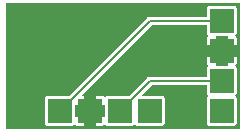
<source format=gbl>
G04 ---------------------------- Layer name :BOTTOM LAYER*
G04 EasyEDA v5.6.15, Sun, 02 Sep 2018 03:47:19 GMT*
G04 622b18d158854e88a3f96799d3f2dec2*
G04 Gerber Generator version 0.2*
G04 Scale: 100 percent, Rotated: No, Reflected: No *
G04 Dimensions in inches *
G04 leading zeros omitted , absolute positions ,2 integer and 4 decimal *
%FSLAX24Y24*%
%MOIN*%
G90*
G70D02*

%ADD11C,0.008000*%
%ADD13R,0.080000X0.080000*%

%LPD*%
G36*
G01X0Y0D02*
G01X0Y4200D01*
G01X7800Y4200D01*
G01X7800Y0D01*
G01X0Y0D01*
G37*

%LPC*%
G36*
G01X6800Y100D02*
G01X7600Y100D01*
G01X7604Y100D01*
G01X7608Y100D01*
G01X7612Y100D01*
G01X7616Y101D01*
G01X7620Y102D01*
G01X7624Y103D01*
G01X7628Y104D01*
G01X7632Y105D01*
G01X7636Y106D01*
G01X7640Y108D01*
G01X7643Y110D01*
G01X7647Y112D01*
G01X7651Y114D01*
G01X7654Y116D01*
G01X7658Y118D01*
G01X7661Y121D01*
G01X7664Y123D01*
G01X7667Y126D01*
G01X7670Y129D01*
G01X7673Y132D01*
G01X7676Y135D01*
G01X7678Y138D01*
G01X7681Y141D01*
G01X7683Y145D01*
G01X7685Y148D01*
G01X7687Y152D01*
G01X7689Y156D01*
G01X7691Y159D01*
G01X7693Y163D01*
G01X7694Y167D01*
G01X7695Y171D01*
G01X7696Y175D01*
G01X7697Y179D01*
G01X7698Y183D01*
G01X7699Y187D01*
G01X7699Y191D01*
G01X7699Y195D01*
G01X7700Y200D01*
G01X7700Y1000D01*
G01X7699Y1004D01*
G01X7699Y1008D01*
G01X7699Y1012D01*
G01X7698Y1016D01*
G01X7697Y1020D01*
G01X7696Y1024D01*
G01X7695Y1028D01*
G01X7694Y1032D01*
G01X7693Y1036D01*
G01X7691Y1040D01*
G01X7689Y1043D01*
G01X7687Y1047D01*
G01X7685Y1051D01*
G01X7683Y1054D01*
G01X7681Y1058D01*
G01X7678Y1061D01*
G01X7676Y1064D01*
G01X7673Y1067D01*
G01X7670Y1070D01*
G01X7667Y1073D01*
G01X7664Y1076D01*
G01X7661Y1078D01*
G01X7658Y1081D01*
G01X7654Y1083D01*
G01X7651Y1085D01*
G01X7647Y1087D01*
G01X7643Y1089D01*
G01X7640Y1091D01*
G01X7636Y1093D01*
G01X7632Y1094D01*
G01X7628Y1095D01*
G01X7624Y1096D01*
G01X7620Y1097D01*
G01X7616Y1098D01*
G01X7612Y1099D01*
G01X7608Y1099D01*
G01X7604Y1099D01*
G01X7600Y1100D01*
G01X7604Y1100D01*
G01X7608Y1100D01*
G01X7612Y1100D01*
G01X7616Y1101D01*
G01X7620Y1102D01*
G01X7624Y1103D01*
G01X7628Y1104D01*
G01X7632Y1105D01*
G01X7636Y1106D01*
G01X7640Y1108D01*
G01X7643Y1110D01*
G01X7647Y1112D01*
G01X7651Y1114D01*
G01X7654Y1116D01*
G01X7658Y1118D01*
G01X7661Y1121D01*
G01X7664Y1123D01*
G01X7667Y1126D01*
G01X7670Y1129D01*
G01X7673Y1132D01*
G01X7676Y1135D01*
G01X7678Y1138D01*
G01X7681Y1141D01*
G01X7683Y1145D01*
G01X7685Y1148D01*
G01X7687Y1152D01*
G01X7689Y1156D01*
G01X7691Y1159D01*
G01X7693Y1163D01*
G01X7694Y1167D01*
G01X7695Y1171D01*
G01X7696Y1175D01*
G01X7697Y1179D01*
G01X7698Y1183D01*
G01X7699Y1187D01*
G01X7699Y1191D01*
G01X7699Y1195D01*
G01X7700Y1200D01*
G01X7700Y2000D01*
G01X7699Y2004D01*
G01X7699Y2008D01*
G01X7699Y2012D01*
G01X7698Y2016D01*
G01X7697Y2020D01*
G01X7696Y2024D01*
G01X7695Y2028D01*
G01X7694Y2032D01*
G01X7693Y2036D01*
G01X7691Y2040D01*
G01X7689Y2043D01*
G01X7687Y2047D01*
G01X7685Y2051D01*
G01X7683Y2054D01*
G01X7681Y2058D01*
G01X7678Y2061D01*
G01X7676Y2064D01*
G01X7673Y2067D01*
G01X7670Y2070D01*
G01X7667Y2073D01*
G01X7664Y2076D01*
G01X7661Y2078D01*
G01X7658Y2081D01*
G01X7654Y2083D01*
G01X7651Y2085D01*
G01X7647Y2087D01*
G01X7643Y2089D01*
G01X7640Y2091D01*
G01X7636Y2093D01*
G01X7632Y2094D01*
G01X7628Y2095D01*
G01X7624Y2096D01*
G01X7620Y2097D01*
G01X7616Y2098D01*
G01X7612Y2099D01*
G01X7608Y2099D01*
G01X7604Y2099D01*
G01X7600Y2100D01*
G01X7604Y2100D01*
G01X7608Y2100D01*
G01X7612Y2100D01*
G01X7616Y2101D01*
G01X7620Y2102D01*
G01X7624Y2103D01*
G01X7628Y2104D01*
G01X7632Y2105D01*
G01X7636Y2106D01*
G01X7640Y2108D01*
G01X7643Y2110D01*
G01X7647Y2112D01*
G01X7651Y2114D01*
G01X7654Y2116D01*
G01X7658Y2118D01*
G01X7661Y2121D01*
G01X7664Y2123D01*
G01X7667Y2126D01*
G01X7670Y2129D01*
G01X7673Y2132D01*
G01X7676Y2135D01*
G01X7678Y2138D01*
G01X7681Y2141D01*
G01X7683Y2145D01*
G01X7685Y2148D01*
G01X7687Y2152D01*
G01X7689Y2156D01*
G01X7691Y2159D01*
G01X7693Y2163D01*
G01X7694Y2167D01*
G01X7695Y2171D01*
G01X7696Y2175D01*
G01X7697Y2179D01*
G01X7698Y2183D01*
G01X7699Y2187D01*
G01X7699Y2191D01*
G01X7699Y2195D01*
G01X7700Y2200D01*
G01X7700Y2400D01*
G01X7400Y2400D01*
G01X7400Y2100D01*
G01X7000Y2100D01*
G01X7000Y2400D01*
G01X6700Y2400D01*
G01X6700Y2200D01*
G01X6700Y2195D01*
G01X6700Y2191D01*
G01X6700Y2187D01*
G01X6701Y2183D01*
G01X6702Y2179D01*
G01X6703Y2175D01*
G01X6704Y2171D01*
G01X6705Y2167D01*
G01X6706Y2163D01*
G01X6708Y2159D01*
G01X6710Y2156D01*
G01X6712Y2152D01*
G01X6714Y2148D01*
G01X6716Y2145D01*
G01X6718Y2141D01*
G01X6721Y2138D01*
G01X6723Y2135D01*
G01X6726Y2132D01*
G01X6729Y2129D01*
G01X6732Y2126D01*
G01X6735Y2123D01*
G01X6738Y2121D01*
G01X6741Y2118D01*
G01X6745Y2116D01*
G01X6748Y2114D01*
G01X6752Y2112D01*
G01X6756Y2110D01*
G01X6759Y2108D01*
G01X6763Y2106D01*
G01X6767Y2105D01*
G01X6771Y2104D01*
G01X6775Y2103D01*
G01X6779Y2102D01*
G01X6783Y2101D01*
G01X6787Y2100D01*
G01X6791Y2100D01*
G01X6795Y2100D01*
G01X6800Y2100D01*
G01X6795Y2099D01*
G01X6791Y2099D01*
G01X6787Y2099D01*
G01X6783Y2098D01*
G01X6779Y2097D01*
G01X6775Y2096D01*
G01X6771Y2095D01*
G01X6767Y2094D01*
G01X6763Y2093D01*
G01X6759Y2091D01*
G01X6756Y2089D01*
G01X6752Y2087D01*
G01X6748Y2085D01*
G01X6745Y2083D01*
G01X6741Y2081D01*
G01X6738Y2078D01*
G01X6735Y2076D01*
G01X6732Y2073D01*
G01X6729Y2070D01*
G01X6726Y2067D01*
G01X6723Y2064D01*
G01X6721Y2061D01*
G01X6718Y2058D01*
G01X6716Y2054D01*
G01X6714Y2051D01*
G01X6712Y2047D01*
G01X6710Y2043D01*
G01X6708Y2040D01*
G01X6706Y2036D01*
G01X6705Y2032D01*
G01X6704Y2028D01*
G01X6703Y2024D01*
G01X6702Y2020D01*
G01X6701Y2016D01*
G01X6700Y2012D01*
G01X6700Y2008D01*
G01X6700Y2004D01*
G01X6700Y2000D01*
G01X6700Y1740D01*
G01X4800Y1740D01*
G01X4794Y1739D01*
G01X4790Y1739D01*
G01X4785Y1739D01*
G01X4780Y1738D01*
G01X4775Y1737D01*
G01X4770Y1736D01*
G01X4765Y1735D01*
G01X4760Y1734D01*
G01X4755Y1732D01*
G01X4751Y1731D01*
G01X4746Y1729D01*
G01X4741Y1727D01*
G01X4737Y1725D01*
G01X4732Y1722D01*
G01X4728Y1720D01*
G01X4724Y1717D01*
G01X4720Y1715D01*
G01X4716Y1712D01*
G01X4712Y1709D01*
G01X4708Y1705D01*
G01X4704Y1702D01*
G01X4701Y1698D01*
G01X4102Y1100D01*
G01X3400Y1100D01*
G01X3395Y1099D01*
G01X3391Y1099D01*
G01X3387Y1099D01*
G01X3383Y1098D01*
G01X3379Y1097D01*
G01X3375Y1096D01*
G01X3371Y1095D01*
G01X3367Y1094D01*
G01X3363Y1093D01*
G01X3359Y1091D01*
G01X3356Y1089D01*
G01X3352Y1087D01*
G01X3348Y1085D01*
G01X3345Y1083D01*
G01X3341Y1081D01*
G01X3338Y1078D01*
G01X3335Y1076D01*
G01X3332Y1073D01*
G01X3329Y1070D01*
G01X3326Y1067D01*
G01X3323Y1064D01*
G01X3321Y1061D01*
G01X3318Y1058D01*
G01X3316Y1054D01*
G01X3314Y1051D01*
G01X3312Y1047D01*
G01X3310Y1043D01*
G01X3308Y1040D01*
G01X3306Y1036D01*
G01X3305Y1032D01*
G01X3304Y1028D01*
G01X3303Y1024D01*
G01X3302Y1020D01*
G01X3301Y1016D01*
G01X3300Y1012D01*
G01X3300Y1008D01*
G01X3300Y1004D01*
G01X3300Y1000D01*
G01X3299Y1004D01*
G01X3299Y1008D01*
G01X3299Y1012D01*
G01X3298Y1016D01*
G01X3297Y1020D01*
G01X3296Y1024D01*
G01X3295Y1028D01*
G01X3294Y1032D01*
G01X3293Y1036D01*
G01X3291Y1040D01*
G01X3289Y1043D01*
G01X3287Y1047D01*
G01X3285Y1051D01*
G01X3283Y1054D01*
G01X3281Y1058D01*
G01X3278Y1061D01*
G01X3276Y1064D01*
G01X3273Y1067D01*
G01X3270Y1070D01*
G01X3267Y1073D01*
G01X3264Y1076D01*
G01X3261Y1078D01*
G01X3258Y1081D01*
G01X3254Y1083D01*
G01X3251Y1085D01*
G01X3247Y1087D01*
G01X3243Y1089D01*
G01X3240Y1091D01*
G01X3236Y1093D01*
G01X3232Y1094D01*
G01X3228Y1095D01*
G01X3224Y1096D01*
G01X3220Y1097D01*
G01X3216Y1098D01*
G01X3212Y1099D01*
G01X3208Y1099D01*
G01X3204Y1099D01*
G01X3200Y1100D01*
G01X3000Y1100D01*
G01X3000Y800D01*
G01X3300Y800D01*
G01X3300Y400D01*
G01X3000Y400D01*
G01X3000Y100D01*
G01X3200Y100D01*
G01X3204Y100D01*
G01X3208Y100D01*
G01X3212Y100D01*
G01X3216Y101D01*
G01X3220Y102D01*
G01X3224Y103D01*
G01X3228Y104D01*
G01X3232Y105D01*
G01X3236Y106D01*
G01X3240Y108D01*
G01X3243Y110D01*
G01X3247Y112D01*
G01X3251Y114D01*
G01X3254Y116D01*
G01X3258Y118D01*
G01X3261Y121D01*
G01X3264Y123D01*
G01X3267Y126D01*
G01X3270Y129D01*
G01X3273Y132D01*
G01X3276Y135D01*
G01X3278Y138D01*
G01X3281Y141D01*
G01X3283Y145D01*
G01X3285Y148D01*
G01X3287Y152D01*
G01X3289Y156D01*
G01X3291Y159D01*
G01X3293Y163D01*
G01X3294Y167D01*
G01X3295Y171D01*
G01X3296Y175D01*
G01X3297Y179D01*
G01X3298Y183D01*
G01X3299Y187D01*
G01X3299Y191D01*
G01X3299Y195D01*
G01X3300Y200D01*
G01X3300Y195D01*
G01X3300Y191D01*
G01X3300Y187D01*
G01X3301Y183D01*
G01X3302Y179D01*
G01X3303Y175D01*
G01X3304Y171D01*
G01X3305Y167D01*
G01X3306Y163D01*
G01X3308Y159D01*
G01X3310Y156D01*
G01X3312Y152D01*
G01X3314Y148D01*
G01X3316Y145D01*
G01X3318Y141D01*
G01X3321Y138D01*
G01X3323Y135D01*
G01X3326Y132D01*
G01X3329Y129D01*
G01X3332Y126D01*
G01X3335Y123D01*
G01X3338Y121D01*
G01X3341Y118D01*
G01X3345Y116D01*
G01X3348Y114D01*
G01X3352Y112D01*
G01X3356Y110D01*
G01X3359Y108D01*
G01X3363Y106D01*
G01X3367Y105D01*
G01X3371Y104D01*
G01X3375Y103D01*
G01X3379Y102D01*
G01X3383Y101D01*
G01X3387Y100D01*
G01X3391Y100D01*
G01X3395Y100D01*
G01X3400Y100D01*
G01X4200Y100D01*
G01X4204Y100D01*
G01X4208Y100D01*
G01X4212Y100D01*
G01X4216Y101D01*
G01X4220Y102D01*
G01X4224Y103D01*
G01X4228Y104D01*
G01X4232Y105D01*
G01X4236Y106D01*
G01X4240Y108D01*
G01X4243Y110D01*
G01X4247Y112D01*
G01X4251Y114D01*
G01X4254Y116D01*
G01X4258Y118D01*
G01X4261Y121D01*
G01X4264Y123D01*
G01X4267Y126D01*
G01X4270Y129D01*
G01X4273Y132D01*
G01X4276Y135D01*
G01X4278Y138D01*
G01X4281Y141D01*
G01X4283Y145D01*
G01X4285Y148D01*
G01X4287Y152D01*
G01X4289Y156D01*
G01X4291Y159D01*
G01X4293Y163D01*
G01X4294Y167D01*
G01X4295Y171D01*
G01X4296Y175D01*
G01X4297Y179D01*
G01X4298Y183D01*
G01X4299Y187D01*
G01X4299Y191D01*
G01X4299Y195D01*
G01X4300Y200D01*
G01X4300Y195D01*
G01X4300Y191D01*
G01X4300Y187D01*
G01X4301Y183D01*
G01X4302Y179D01*
G01X4303Y175D01*
G01X4304Y171D01*
G01X4305Y167D01*
G01X4306Y163D01*
G01X4308Y159D01*
G01X4310Y156D01*
G01X4312Y152D01*
G01X4314Y148D01*
G01X4316Y145D01*
G01X4318Y141D01*
G01X4321Y138D01*
G01X4323Y135D01*
G01X4326Y132D01*
G01X4329Y129D01*
G01X4332Y126D01*
G01X4335Y123D01*
G01X4338Y121D01*
G01X4341Y118D01*
G01X4345Y116D01*
G01X4348Y114D01*
G01X4352Y112D01*
G01X4356Y110D01*
G01X4359Y108D01*
G01X4363Y106D01*
G01X4367Y105D01*
G01X4371Y104D01*
G01X4375Y103D01*
G01X4379Y102D01*
G01X4383Y101D01*
G01X4387Y100D01*
G01X4391Y100D01*
G01X4395Y100D01*
G01X4400Y100D01*
G01X5200Y100D01*
G01X5204Y100D01*
G01X5208Y100D01*
G01X5212Y100D01*
G01X5216Y101D01*
G01X5220Y102D01*
G01X5224Y103D01*
G01X5228Y104D01*
G01X5232Y105D01*
G01X5236Y106D01*
G01X5240Y108D01*
G01X5243Y110D01*
G01X5247Y112D01*
G01X5251Y114D01*
G01X5254Y116D01*
G01X5258Y118D01*
G01X5261Y121D01*
G01X5264Y123D01*
G01X5267Y126D01*
G01X5270Y129D01*
G01X5273Y132D01*
G01X5276Y135D01*
G01X5278Y138D01*
G01X5281Y141D01*
G01X5283Y145D01*
G01X5285Y148D01*
G01X5287Y152D01*
G01X5289Y156D01*
G01X5291Y159D01*
G01X5293Y163D01*
G01X5294Y167D01*
G01X5295Y171D01*
G01X5296Y175D01*
G01X5297Y179D01*
G01X5298Y183D01*
G01X5299Y187D01*
G01X5299Y191D01*
G01X5299Y195D01*
G01X5300Y200D01*
G01X5300Y1000D01*
G01X5299Y1004D01*
G01X5299Y1008D01*
G01X5299Y1012D01*
G01X5298Y1016D01*
G01X5297Y1020D01*
G01X5296Y1024D01*
G01X5295Y1028D01*
G01X5294Y1032D01*
G01X5293Y1036D01*
G01X5291Y1040D01*
G01X5289Y1043D01*
G01X5287Y1047D01*
G01X5285Y1051D01*
G01X5283Y1054D01*
G01X5281Y1058D01*
G01X5278Y1061D01*
G01X5276Y1064D01*
G01X5273Y1067D01*
G01X5270Y1070D01*
G01X5267Y1073D01*
G01X5264Y1076D01*
G01X5261Y1078D01*
G01X5258Y1081D01*
G01X5254Y1083D01*
G01X5251Y1085D01*
G01X5247Y1087D01*
G01X5243Y1089D01*
G01X5240Y1091D01*
G01X5236Y1093D01*
G01X5232Y1094D01*
G01X5228Y1095D01*
G01X5224Y1096D01*
G01X5220Y1097D01*
G01X5216Y1098D01*
G01X5212Y1099D01*
G01X5208Y1099D01*
G01X5204Y1099D01*
G01X5200Y1100D01*
G01X4497Y1100D01*
G01X4857Y1459D01*
G01X6700Y1459D01*
G01X6700Y1200D01*
G01X6700Y1195D01*
G01X6700Y1191D01*
G01X6700Y1187D01*
G01X6701Y1183D01*
G01X6702Y1179D01*
G01X6703Y1175D01*
G01X6704Y1171D01*
G01X6705Y1167D01*
G01X6706Y1163D01*
G01X6708Y1159D01*
G01X6710Y1156D01*
G01X6712Y1152D01*
G01X6714Y1148D01*
G01X6716Y1145D01*
G01X6718Y1141D01*
G01X6721Y1138D01*
G01X6723Y1135D01*
G01X6726Y1132D01*
G01X6729Y1129D01*
G01X6732Y1126D01*
G01X6735Y1123D01*
G01X6738Y1121D01*
G01X6741Y1118D01*
G01X6745Y1116D01*
G01X6748Y1114D01*
G01X6752Y1112D01*
G01X6756Y1110D01*
G01X6759Y1108D01*
G01X6763Y1106D01*
G01X6767Y1105D01*
G01X6771Y1104D01*
G01X6775Y1103D01*
G01X6779Y1102D01*
G01X6783Y1101D01*
G01X6787Y1100D01*
G01X6791Y1100D01*
G01X6795Y1100D01*
G01X6800Y1100D01*
G01X6795Y1099D01*
G01X6791Y1099D01*
G01X6787Y1099D01*
G01X6783Y1098D01*
G01X6779Y1097D01*
G01X6775Y1096D01*
G01X6771Y1095D01*
G01X6767Y1094D01*
G01X6763Y1093D01*
G01X6759Y1091D01*
G01X6756Y1089D01*
G01X6752Y1087D01*
G01X6748Y1085D01*
G01X6745Y1083D01*
G01X6741Y1081D01*
G01X6738Y1078D01*
G01X6735Y1076D01*
G01X6732Y1073D01*
G01X6729Y1070D01*
G01X6726Y1067D01*
G01X6723Y1064D01*
G01X6721Y1061D01*
G01X6718Y1058D01*
G01X6716Y1054D01*
G01X6714Y1051D01*
G01X6712Y1047D01*
G01X6710Y1043D01*
G01X6708Y1040D01*
G01X6706Y1036D01*
G01X6705Y1032D01*
G01X6704Y1028D01*
G01X6703Y1024D01*
G01X6702Y1020D01*
G01X6701Y1016D01*
G01X6700Y1012D01*
G01X6700Y1008D01*
G01X6700Y1004D01*
G01X6700Y1000D01*
G01X6700Y200D01*
G01X6700Y195D01*
G01X6700Y191D01*
G01X6700Y187D01*
G01X6701Y183D01*
G01X6702Y179D01*
G01X6703Y175D01*
G01X6704Y171D01*
G01X6705Y167D01*
G01X6706Y163D01*
G01X6708Y159D01*
G01X6710Y156D01*
G01X6712Y152D01*
G01X6714Y148D01*
G01X6716Y145D01*
G01X6718Y141D01*
G01X6721Y138D01*
G01X6723Y135D01*
G01X6726Y132D01*
G01X6729Y129D01*
G01X6732Y126D01*
G01X6735Y123D01*
G01X6738Y121D01*
G01X6741Y118D01*
G01X6745Y116D01*
G01X6748Y114D01*
G01X6752Y112D01*
G01X6756Y110D01*
G01X6759Y108D01*
G01X6763Y106D01*
G01X6767Y105D01*
G01X6771Y104D01*
G01X6775Y103D01*
G01X6779Y102D01*
G01X6783Y101D01*
G01X6787Y100D01*
G01X6791Y100D01*
G01X6795Y100D01*
G01X6800Y100D01*
G37*
G36*
G01X7400Y2800D02*
G01X7700Y2800D01*
G01X7700Y3000D01*
G01X7699Y3004D01*
G01X7699Y3008D01*
G01X7699Y3012D01*
G01X7698Y3016D01*
G01X7697Y3020D01*
G01X7696Y3024D01*
G01X7695Y3028D01*
G01X7694Y3032D01*
G01X7693Y3036D01*
G01X7691Y3040D01*
G01X7689Y3043D01*
G01X7687Y3047D01*
G01X7685Y3051D01*
G01X7683Y3054D01*
G01X7681Y3058D01*
G01X7678Y3061D01*
G01X7676Y3064D01*
G01X7673Y3067D01*
G01X7670Y3070D01*
G01X7667Y3073D01*
G01X7664Y3076D01*
G01X7661Y3078D01*
G01X7658Y3081D01*
G01X7654Y3083D01*
G01X7651Y3085D01*
G01X7647Y3087D01*
G01X7643Y3089D01*
G01X7640Y3091D01*
G01X7636Y3093D01*
G01X7632Y3094D01*
G01X7628Y3095D01*
G01X7624Y3096D01*
G01X7620Y3097D01*
G01X7616Y3098D01*
G01X7612Y3099D01*
G01X7608Y3099D01*
G01X7604Y3099D01*
G01X7600Y3100D01*
G01X7604Y3100D01*
G01X7608Y3100D01*
G01X7612Y3100D01*
G01X7616Y3101D01*
G01X7620Y3102D01*
G01X7624Y3103D01*
G01X7628Y3104D01*
G01X7632Y3105D01*
G01X7636Y3106D01*
G01X7640Y3108D01*
G01X7643Y3110D01*
G01X7647Y3112D01*
G01X7651Y3114D01*
G01X7654Y3116D01*
G01X7658Y3118D01*
G01X7661Y3121D01*
G01X7664Y3123D01*
G01X7667Y3126D01*
G01X7670Y3129D01*
G01X7673Y3132D01*
G01X7676Y3135D01*
G01X7678Y3138D01*
G01X7681Y3141D01*
G01X7683Y3145D01*
G01X7685Y3148D01*
G01X7687Y3152D01*
G01X7689Y3156D01*
G01X7691Y3159D01*
G01X7693Y3163D01*
G01X7694Y3167D01*
G01X7695Y3171D01*
G01X7696Y3175D01*
G01X7697Y3179D01*
G01X7698Y3183D01*
G01X7699Y3187D01*
G01X7699Y3191D01*
G01X7699Y3195D01*
G01X7700Y3200D01*
G01X7700Y4000D01*
G01X7699Y4004D01*
G01X7699Y4008D01*
G01X7699Y4012D01*
G01X7698Y4016D01*
G01X7697Y4020D01*
G01X7696Y4024D01*
G01X7695Y4028D01*
G01X7694Y4032D01*
G01X7693Y4036D01*
G01X7691Y4040D01*
G01X7689Y4043D01*
G01X7687Y4047D01*
G01X7685Y4051D01*
G01X7683Y4054D01*
G01X7681Y4058D01*
G01X7678Y4061D01*
G01X7676Y4064D01*
G01X7673Y4067D01*
G01X7670Y4070D01*
G01X7667Y4073D01*
G01X7664Y4076D01*
G01X7661Y4078D01*
G01X7658Y4081D01*
G01X7654Y4083D01*
G01X7651Y4085D01*
G01X7647Y4087D01*
G01X7643Y4089D01*
G01X7640Y4091D01*
G01X7636Y4093D01*
G01X7632Y4094D01*
G01X7628Y4095D01*
G01X7624Y4096D01*
G01X7620Y4097D01*
G01X7616Y4098D01*
G01X7612Y4099D01*
G01X7608Y4099D01*
G01X7604Y4099D01*
G01X7600Y4100D01*
G01X6800Y4100D01*
G01X6795Y4099D01*
G01X6791Y4099D01*
G01X6787Y4099D01*
G01X6783Y4098D01*
G01X6779Y4097D01*
G01X6775Y4096D01*
G01X6771Y4095D01*
G01X6767Y4094D01*
G01X6763Y4093D01*
G01X6759Y4091D01*
G01X6756Y4089D01*
G01X6752Y4087D01*
G01X6748Y4085D01*
G01X6745Y4083D01*
G01X6741Y4081D01*
G01X6738Y4078D01*
G01X6735Y4076D01*
G01X6732Y4073D01*
G01X6729Y4070D01*
G01X6726Y4067D01*
G01X6723Y4064D01*
G01X6721Y4061D01*
G01X6718Y4058D01*
G01X6716Y4054D01*
G01X6714Y4051D01*
G01X6712Y4047D01*
G01X6710Y4043D01*
G01X6708Y4040D01*
G01X6706Y4036D01*
G01X6705Y4032D01*
G01X6704Y4028D01*
G01X6703Y4024D01*
G01X6702Y4020D01*
G01X6701Y4016D01*
G01X6700Y4012D01*
G01X6700Y4008D01*
G01X6700Y4004D01*
G01X6700Y4000D01*
G01X6700Y3740D01*
G01X4800Y3740D01*
G01X4794Y3739D01*
G01X4790Y3739D01*
G01X4785Y3739D01*
G01X4780Y3738D01*
G01X4775Y3737D01*
G01X4770Y3736D01*
G01X4765Y3735D01*
G01X4760Y3734D01*
G01X4755Y3732D01*
G01X4751Y3731D01*
G01X4746Y3729D01*
G01X4741Y3727D01*
G01X4737Y3725D01*
G01X4732Y3722D01*
G01X4728Y3720D01*
G01X4724Y3717D01*
G01X4720Y3715D01*
G01X4716Y3712D01*
G01X4712Y3709D01*
G01X4708Y3705D01*
G01X4704Y3702D01*
G01X4701Y3698D01*
G01X2102Y1100D01*
G01X1400Y1100D01*
G01X1395Y1099D01*
G01X1391Y1099D01*
G01X1387Y1099D01*
G01X1383Y1098D01*
G01X1379Y1097D01*
G01X1375Y1096D01*
G01X1371Y1095D01*
G01X1367Y1094D01*
G01X1363Y1093D01*
G01X1359Y1091D01*
G01X1356Y1089D01*
G01X1352Y1087D01*
G01X1348Y1085D01*
G01X1345Y1083D01*
G01X1341Y1081D01*
G01X1338Y1078D01*
G01X1335Y1076D01*
G01X1332Y1073D01*
G01X1329Y1070D01*
G01X1326Y1067D01*
G01X1323Y1064D01*
G01X1321Y1061D01*
G01X1318Y1058D01*
G01X1316Y1054D01*
G01X1314Y1051D01*
G01X1312Y1047D01*
G01X1310Y1043D01*
G01X1308Y1040D01*
G01X1306Y1036D01*
G01X1305Y1032D01*
G01X1304Y1028D01*
G01X1303Y1024D01*
G01X1302Y1020D01*
G01X1301Y1016D01*
G01X1300Y1012D01*
G01X1300Y1008D01*
G01X1300Y1004D01*
G01X1300Y1000D01*
G01X1300Y200D01*
G01X1300Y195D01*
G01X1300Y191D01*
G01X1300Y187D01*
G01X1301Y183D01*
G01X1302Y179D01*
G01X1303Y175D01*
G01X1304Y171D01*
G01X1305Y167D01*
G01X1306Y163D01*
G01X1308Y159D01*
G01X1310Y156D01*
G01X1312Y152D01*
G01X1314Y148D01*
G01X1316Y145D01*
G01X1318Y141D01*
G01X1321Y138D01*
G01X1323Y135D01*
G01X1326Y132D01*
G01X1329Y129D01*
G01X1332Y126D01*
G01X1335Y123D01*
G01X1338Y121D01*
G01X1341Y118D01*
G01X1345Y116D01*
G01X1348Y114D01*
G01X1352Y112D01*
G01X1356Y110D01*
G01X1359Y108D01*
G01X1363Y106D01*
G01X1367Y105D01*
G01X1371Y104D01*
G01X1375Y103D01*
G01X1379Y102D01*
G01X1383Y101D01*
G01X1387Y100D01*
G01X1391Y100D01*
G01X1395Y100D01*
G01X1400Y100D01*
G01X2200Y100D01*
G01X2204Y100D01*
G01X2208Y100D01*
G01X2212Y100D01*
G01X2216Y101D01*
G01X2220Y102D01*
G01X2224Y103D01*
G01X2228Y104D01*
G01X2232Y105D01*
G01X2236Y106D01*
G01X2240Y108D01*
G01X2243Y110D01*
G01X2247Y112D01*
G01X2251Y114D01*
G01X2254Y116D01*
G01X2258Y118D01*
G01X2261Y121D01*
G01X2264Y123D01*
G01X2267Y126D01*
G01X2270Y129D01*
G01X2273Y132D01*
G01X2276Y135D01*
G01X2278Y138D01*
G01X2281Y141D01*
G01X2283Y145D01*
G01X2285Y148D01*
G01X2287Y152D01*
G01X2289Y156D01*
G01X2291Y159D01*
G01X2293Y163D01*
G01X2294Y167D01*
G01X2295Y171D01*
G01X2296Y175D01*
G01X2297Y179D01*
G01X2298Y183D01*
G01X2299Y187D01*
G01X2299Y191D01*
G01X2299Y195D01*
G01X2300Y200D01*
G01X2300Y195D01*
G01X2300Y191D01*
G01X2300Y187D01*
G01X2301Y183D01*
G01X2302Y179D01*
G01X2303Y175D01*
G01X2304Y171D01*
G01X2305Y167D01*
G01X2306Y163D01*
G01X2308Y159D01*
G01X2310Y156D01*
G01X2312Y152D01*
G01X2314Y148D01*
G01X2316Y145D01*
G01X2318Y141D01*
G01X2321Y138D01*
G01X2323Y135D01*
G01X2326Y132D01*
G01X2329Y129D01*
G01X2332Y126D01*
G01X2335Y123D01*
G01X2338Y121D01*
G01X2341Y118D01*
G01X2345Y116D01*
G01X2348Y114D01*
G01X2352Y112D01*
G01X2356Y110D01*
G01X2359Y108D01*
G01X2363Y106D01*
G01X2367Y105D01*
G01X2371Y104D01*
G01X2375Y103D01*
G01X2379Y102D01*
G01X2383Y101D01*
G01X2387Y100D01*
G01X2391Y100D01*
G01X2395Y100D01*
G01X2400Y100D01*
G01X2600Y100D01*
G01X2600Y400D01*
G01X2300Y400D01*
G01X2300Y800D01*
G01X2600Y800D01*
G01X2600Y1100D01*
G01X2497Y1100D01*
G01X4857Y3459D01*
G01X6700Y3459D01*
G01X6700Y3200D01*
G01X6700Y3195D01*
G01X6700Y3191D01*
G01X6700Y3187D01*
G01X6701Y3183D01*
G01X6702Y3179D01*
G01X6703Y3175D01*
G01X6704Y3171D01*
G01X6705Y3167D01*
G01X6706Y3163D01*
G01X6708Y3159D01*
G01X6710Y3156D01*
G01X6712Y3152D01*
G01X6714Y3148D01*
G01X6716Y3145D01*
G01X6718Y3141D01*
G01X6721Y3138D01*
G01X6723Y3135D01*
G01X6726Y3132D01*
G01X6729Y3129D01*
G01X6732Y3126D01*
G01X6735Y3123D01*
G01X6738Y3121D01*
G01X6741Y3118D01*
G01X6745Y3116D01*
G01X6748Y3114D01*
G01X6752Y3112D01*
G01X6756Y3110D01*
G01X6759Y3108D01*
G01X6763Y3106D01*
G01X6767Y3105D01*
G01X6771Y3104D01*
G01X6775Y3103D01*
G01X6779Y3102D01*
G01X6783Y3101D01*
G01X6787Y3100D01*
G01X6791Y3100D01*
G01X6795Y3100D01*
G01X6800Y3100D01*
G01X6795Y3099D01*
G01X6791Y3099D01*
G01X6787Y3099D01*
G01X6783Y3098D01*
G01X6779Y3097D01*
G01X6775Y3096D01*
G01X6771Y3095D01*
G01X6767Y3094D01*
G01X6763Y3093D01*
G01X6759Y3091D01*
G01X6756Y3089D01*
G01X6752Y3087D01*
G01X6748Y3085D01*
G01X6745Y3083D01*
G01X6741Y3081D01*
G01X6738Y3078D01*
G01X6735Y3076D01*
G01X6732Y3073D01*
G01X6729Y3070D01*
G01X6726Y3067D01*
G01X6723Y3064D01*
G01X6721Y3061D01*
G01X6718Y3058D01*
G01X6716Y3054D01*
G01X6714Y3051D01*
G01X6712Y3047D01*
G01X6710Y3043D01*
G01X6708Y3040D01*
G01X6706Y3036D01*
G01X6705Y3032D01*
G01X6704Y3028D01*
G01X6703Y3024D01*
G01X6702Y3020D01*
G01X6701Y3016D01*
G01X6700Y3012D01*
G01X6700Y3008D01*
G01X6700Y3004D01*
G01X6700Y3000D01*
G01X6700Y2800D01*
G01X7000Y2800D01*
G01X7000Y3100D01*
G01X7400Y3100D01*
G01X7400Y2800D01*
G37*

%LPD*%
G54D11*
G01X1800Y600D02*
G01X4800Y3600D01*
G01X7200Y3600D01*
G01X3800Y600D02*
G01X4800Y1600D01*
G01X7200Y1600D01*
G54D13*
G01X7200Y3600D03*
G01X7200Y2600D03*
G01X7200Y1600D03*
G01X7200Y600D03*
G01X1800Y600D03*
G01X2800Y600D03*
G01X3800Y600D03*
G01X4800Y600D03*
M00*
M02*

</source>
